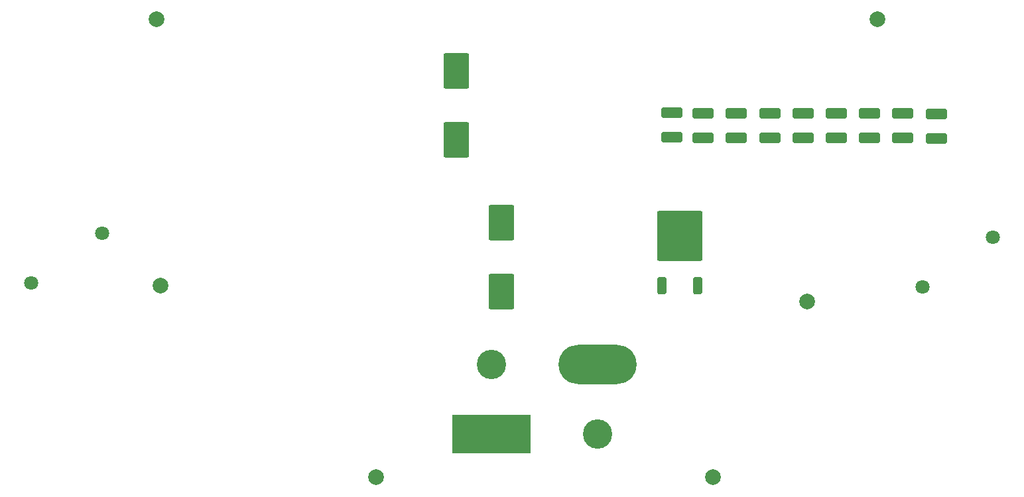
<source format=gbs>
%TF.GenerationSoftware,KiCad,Pcbnew,8.0.7*%
%TF.CreationDate,2025-01-13T19:37:05-08:00*%
%TF.ProjectId,DCDCv2,44434443-7632-42e6-9b69-6361645f7063,rev?*%
%TF.SameCoordinates,Original*%
%TF.FileFunction,Soldermask,Bot*%
%TF.FilePolarity,Negative*%
%FSLAX46Y46*%
G04 Gerber Fmt 4.6, Leading zero omitted, Abs format (unit mm)*
G04 Created by KiCad (PCBNEW 8.0.7) date 2025-01-13 19:37:05*
%MOMM*%
%LPD*%
G01*
G04 APERTURE LIST*
G04 Aperture macros list*
%AMRoundRect*
0 Rectangle with rounded corners*
0 $1 Rounding radius*
0 $2 $3 $4 $5 $6 $7 $8 $9 X,Y pos of 4 corners*
0 Add a 4 corners polygon primitive as box body*
4,1,4,$2,$3,$4,$5,$6,$7,$8,$9,$2,$3,0*
0 Add four circle primitives for the rounded corners*
1,1,$1+$1,$2,$3*
1,1,$1+$1,$4,$5*
1,1,$1+$1,$6,$7*
1,1,$1+$1,$8,$9*
0 Add four rect primitives between the rounded corners*
20,1,$1+$1,$2,$3,$4,$5,0*
20,1,$1+$1,$4,$5,$6,$7,0*
20,1,$1+$1,$6,$7,$8,$9,0*
20,1,$1+$1,$8,$9,$2,$3,0*%
G04 Aperture macros list end*
%ADD10C,1.803400*%
%ADD11C,2.000000*%
%ADD12C,3.750000*%
%ADD13R,10.000000X5.000000*%
%ADD14O,10.000000X5.000000*%
%ADD15RoundRect,0.250000X1.100000X-0.412500X1.100000X0.412500X-1.100000X0.412500X-1.100000X-0.412500X0*%
%ADD16RoundRect,0.250000X-1.400000X-2.000000X1.400000X-2.000000X1.400000X2.000000X-1.400000X2.000000X0*%
%ADD17RoundRect,0.250000X1.400000X2.000000X-1.400000X2.000000X-1.400000X-2.000000X1.400000X-2.000000X0*%
%ADD18RoundRect,0.250000X0.350000X-0.850000X0.350000X0.850000X-0.350000X0.850000X-0.350000X-0.850000X0*%
%ADD19RoundRect,0.249997X2.650003X-2.950003X2.650003X2.950003X-2.650003X2.950003X-2.650003X-2.950003X0*%
G04 APERTURE END LIST*
D10*
%TO.C,Vin (15 to 28V)*%
X34500000Y-73287202D03*
X25500018Y-79637202D03*
%TD*%
D11*
%TO.C,GND*%
X41500000Y-46000000D03*
%TD*%
%TO.C,Vin*%
X42000000Y-80000000D03*
%TD*%
%TO.C,GND*%
X133500000Y-46000000D03*
%TD*%
D12*
%TO.C,L1*%
X97750000Y-99000000D03*
X84250000Y-90100000D03*
D13*
X84250000Y-99000000D03*
D14*
X97750000Y-90100000D03*
%TD*%
D10*
%TO.C,Vout (24V)*%
X139249008Y-80212798D03*
X148248990Y-73862798D03*
%TD*%
D11*
%TO.C,Vout*%
X124500000Y-82000000D03*
%TD*%
%TO.C,SW2*%
X112500000Y-104500000D03*
%TD*%
%TO.C,SW1*%
X69500000Y-104500000D03*
%TD*%
D15*
%TO.C,Coutx3*%
X136750000Y-61125000D03*
X136750000Y-58000000D03*
%TD*%
D16*
%TO.C,D2*%
X85500000Y-80800000D03*
X85500000Y-72000000D03*
%TD*%
D15*
%TO.C,Coutx_3*%
X111250000Y-61125000D03*
X111250000Y-58000000D03*
%TD*%
%TO.C,Coutx_2*%
X115500000Y-61125000D03*
X115500000Y-58000000D03*
%TD*%
%TO.C,Coutx2_3*%
X128250000Y-61125000D03*
X128250000Y-58000000D03*
%TD*%
%TO.C,Coutx3_3*%
X119750000Y-61125000D03*
X119750000Y-58000000D03*
%TD*%
D17*
%TO.C,Df1*%
X79750000Y-52600000D03*
X79750000Y-61400000D03*
%TD*%
D18*
%TO.C,D3*%
X110555000Y-79975000D03*
D19*
X108275000Y-73675000D03*
D18*
X105995000Y-79975000D03*
%TD*%
D15*
%TO.C,Coutx2_2*%
X132500000Y-61125000D03*
X132500000Y-58000000D03*
%TD*%
%TO.C,Coutx3_2*%
X124000000Y-61125000D03*
X124000000Y-58000000D03*
%TD*%
%TO.C,Coutx1*%
X141000000Y-61187500D03*
X141000000Y-58062500D03*
%TD*%
%TO.C,Coutx2*%
X107250000Y-61062500D03*
X107250000Y-57937500D03*
%TD*%
M02*

</source>
